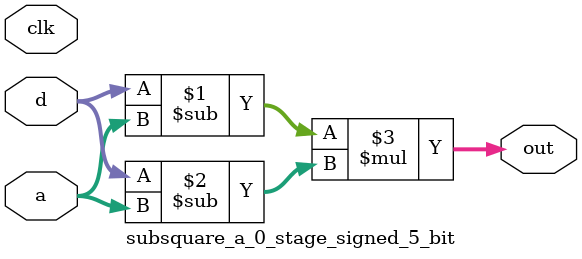
<source format=sv>
(* use_dsp = "yes" *) module subsquare_a_0_stage_signed_5_bit(
	input signed [4:0] a,
	input signed [4:0] d,
	output [4:0] out,
	input clk);

	assign out = (d - a) * (d - a);
endmodule

</source>
